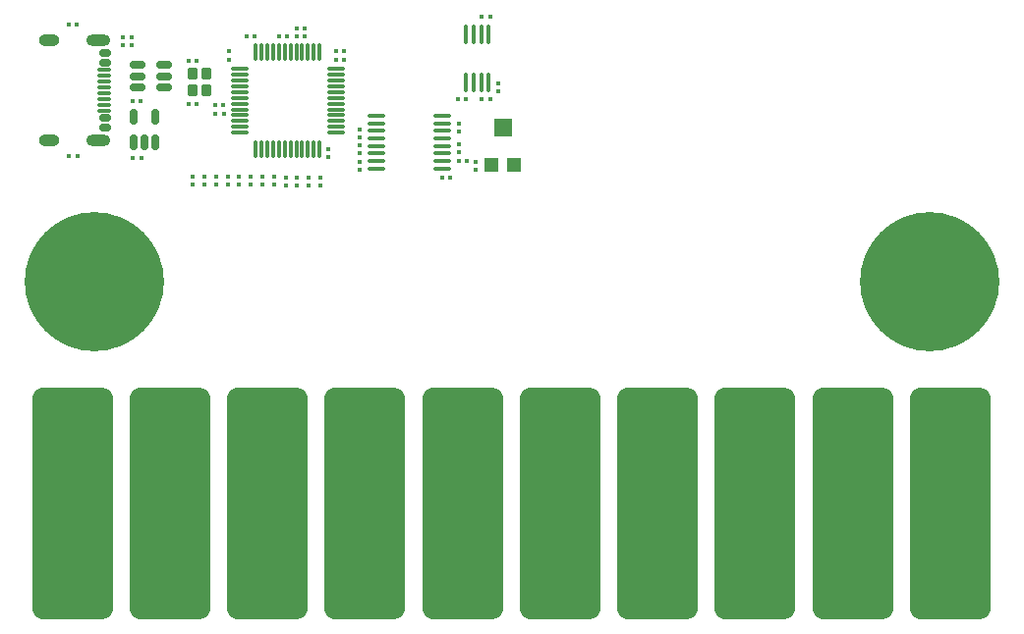
<source format=gbr>
%TF.GenerationSoftware,KiCad,Pcbnew,9.0.3*%
%TF.CreationDate,2025-09-06T00:14:13-07:00*%
%TF.ProjectId,business_card,62757369-6e65-4737-935f-636172642e6b,1.0*%
%TF.SameCoordinates,Original*%
%TF.FileFunction,Paste,Top*%
%TF.FilePolarity,Positive*%
%FSLAX46Y46*%
G04 Gerber Fmt 4.6, Leading zero omitted, Abs format (unit mm)*
G04 Created by KiCad (PCBNEW 9.0.3) date 2025-09-06 00:14:13*
%MOMM*%
%LPD*%
G01*
G04 APERTURE LIST*
G04 Aperture macros list*
%AMRoundRect*
0 Rectangle with rounded corners*
0 $1 Rounding radius*
0 $2 $3 $4 $5 $6 $7 $8 $9 X,Y pos of 4 corners*
0 Add a 4 corners polygon primitive as box body*
4,1,4,$2,$3,$4,$5,$6,$7,$8,$9,$2,$3,0*
0 Add four circle primitives for the rounded corners*
1,1,$1+$1,$2,$3*
1,1,$1+$1,$4,$5*
1,1,$1+$1,$6,$7*
1,1,$1+$1,$8,$9*
0 Add four rect primitives between the rounded corners*
20,1,$1+$1,$2,$3,$4,$5,0*
20,1,$1+$1,$4,$5,$6,$7,0*
20,1,$1+$1,$6,$7,$8,$9,0*
20,1,$1+$1,$8,$9,$2,$3,0*%
G04 Aperture macros list end*
%ADD10RoundRect,0.075000X-0.075000X-0.662500X0.075000X-0.662500X0.075000X0.662500X-0.075000X0.662500X0*%
%ADD11RoundRect,0.075000X-0.662500X-0.075000X0.662500X-0.075000X0.662500X0.075000X-0.662500X0.075000X0*%
%ADD12R,1.200000X1.200000*%
%ADD13R,1.600000X1.500000*%
%ADD14O,1.800000X1.000000*%
%ADD15O,2.100000X1.000000*%
%ADD16RoundRect,0.150000X-0.350000X0.150000X-0.350000X-0.150000X0.350000X-0.150000X0.350000X0.150000X0*%
%ADD17RoundRect,0.075000X-0.500000X0.075000X-0.500000X-0.075000X0.500000X-0.075000X0.500000X0.075000X0*%
%ADD18RoundRect,0.079500X-0.100500X0.079500X-0.100500X-0.079500X0.100500X-0.079500X0.100500X0.079500X0*%
%ADD19RoundRect,1.050000X2.450000X-8.950000X2.450000X8.950000X-2.450000X8.950000X-2.450000X-8.950000X0*%
%ADD20RoundRect,0.079500X0.100500X-0.079500X0.100500X0.079500X-0.100500X0.079500X-0.100500X-0.079500X0*%
%ADD21RoundRect,0.150000X-0.512500X-0.150000X0.512500X-0.150000X0.512500X0.150000X-0.512500X0.150000X0*%
%ADD22RoundRect,0.079500X-0.079500X-0.100500X0.079500X-0.100500X0.079500X0.100500X-0.079500X0.100500X0*%
%ADD23RoundRect,0.150000X0.150000X-0.512500X0.150000X0.512500X-0.150000X0.512500X-0.150000X-0.512500X0*%
%ADD24RoundRect,0.079500X0.079500X0.100500X-0.079500X0.100500X-0.079500X-0.100500X0.079500X-0.100500X0*%
%ADD25RoundRect,0.100000X0.637500X0.100000X-0.637500X0.100000X-0.637500X-0.100000X0.637500X-0.100000X0*%
%ADD26RoundRect,0.100000X0.100000X-0.712500X0.100000X0.712500X-0.100000X0.712500X-0.100000X-0.712500X0*%
%ADD27C,12.000000*%
%ADD28RoundRect,0.102000X-0.323000X0.373000X-0.323000X-0.373000X0.323000X-0.373000X0.323000X0.373000X0*%
G04 APERTURE END LIST*
D10*
%TO.C,U3*%
X196180000Y-71762500D03*
X196680000Y-71762500D03*
X197180000Y-71762500D03*
X197680000Y-71762500D03*
X198180000Y-71762500D03*
X198680000Y-71762500D03*
X199180000Y-71762500D03*
X199680000Y-71762500D03*
X200180000Y-71762500D03*
X200680000Y-71762500D03*
X201180000Y-71762500D03*
X201680000Y-71762500D03*
D11*
X203092500Y-73175000D03*
X203092500Y-73675000D03*
X203092500Y-74175000D03*
X203092500Y-74675000D03*
X203092500Y-75175000D03*
X203092500Y-75675000D03*
X203092500Y-76175000D03*
X203092500Y-76675000D03*
X203092500Y-77175000D03*
X203092500Y-77675000D03*
X203092500Y-78175000D03*
X203092500Y-78675000D03*
D10*
X201680000Y-80087500D03*
X201180000Y-80087500D03*
X200680000Y-80087500D03*
X200180000Y-80087500D03*
X199680000Y-80087500D03*
X199180000Y-80087500D03*
X198680000Y-80087500D03*
X198180000Y-80087500D03*
X197680000Y-80087500D03*
X197180000Y-80087500D03*
X196680000Y-80087500D03*
X196180000Y-80087500D03*
D11*
X194767500Y-78675000D03*
X194767500Y-78175000D03*
X194767500Y-77675000D03*
X194767500Y-77175000D03*
X194767500Y-76675000D03*
X194767500Y-76175000D03*
X194767500Y-75675000D03*
X194767500Y-75175000D03*
X194767500Y-74675000D03*
X194767500Y-74175000D03*
X194767500Y-73675000D03*
X194767500Y-73175000D03*
%TD*%
D12*
%TO.C,RV1*%
X218465000Y-81487500D03*
D13*
X217465000Y-78237500D03*
D12*
X216465000Y-81487500D03*
%TD*%
D14*
%TO.C,J1*%
X178400000Y-79332500D03*
D15*
X182580000Y-79332500D03*
D14*
X178400000Y-70692500D03*
D15*
X182580000Y-70692500D03*
D16*
X183240000Y-71812500D03*
X183240000Y-72612500D03*
D17*
X183155000Y-73262500D03*
X183155000Y-74262500D03*
X183155000Y-75762500D03*
X183155000Y-76762500D03*
D16*
X183240000Y-77412500D03*
X183240000Y-78212500D03*
X183240000Y-78212500D03*
X183240000Y-77412500D03*
D17*
X183155000Y-76262500D03*
X183155000Y-75262500D03*
X183155000Y-74762500D03*
X183155000Y-73762500D03*
D16*
X183240000Y-72612500D03*
X183240000Y-71812500D03*
%TD*%
D18*
%TO.C,R6*%
X192750000Y-82500000D03*
X192750000Y-83190000D03*
%TD*%
D19*
%TO.C,J10*%
X239200000Y-110625000D03*
%TD*%
D18*
%TO.C,R12*%
X197750000Y-82500000D03*
X197750000Y-83190000D03*
%TD*%
D19*
%TO.C,J4*%
X188800000Y-110625000D03*
%TD*%
%TO.C,J5*%
X197200000Y-110625000D03*
%TD*%
D20*
%TO.C,C20*%
X217115000Y-75107500D03*
X217115000Y-74417500D03*
%TD*%
D21*
%TO.C,U2*%
X186015000Y-72862500D03*
X186015000Y-73812500D03*
X186015000Y-74762500D03*
X188290000Y-74762500D03*
X188290000Y-73812500D03*
X188290000Y-72862500D03*
%TD*%
D22*
%TO.C,C16*%
X213705000Y-81112500D03*
X214395000Y-81112500D03*
%TD*%
D23*
%TO.C,U4*%
X185657500Y-79550000D03*
X186607500Y-79550000D03*
X187557500Y-79550000D03*
X187557500Y-77275000D03*
X185657500Y-77275000D03*
%TD*%
D18*
%TO.C,C18*%
X213665000Y-79667500D03*
X213665000Y-80357500D03*
%TD*%
%TO.C,R11*%
X196750000Y-82500000D03*
X196750000Y-83190000D03*
%TD*%
%TO.C,R13*%
X198750000Y-82525000D03*
X198750000Y-83215000D03*
%TD*%
D20*
%TO.C,R20*%
X200400000Y-70370000D03*
X200400000Y-69680000D03*
%TD*%
D18*
%TO.C,R7*%
X193750000Y-82500000D03*
X193750000Y-83190000D03*
%TD*%
D22*
%TO.C,C8*%
X185620000Y-80862500D03*
X186310000Y-80862500D03*
%TD*%
D24*
%TO.C,C1*%
X193405000Y-76312500D03*
X192715000Y-76312500D03*
%TD*%
%TO.C,C11*%
X191095000Y-76237500D03*
X190405000Y-76237500D03*
%TD*%
D22*
%TO.C,C6*%
X192725000Y-77062500D03*
X193415000Y-77062500D03*
%TD*%
%TO.C,C9*%
X185550000Y-75962500D03*
X186240000Y-75962500D03*
%TD*%
D18*
%TO.C,R17*%
X201750000Y-82530000D03*
X201750000Y-83220000D03*
%TD*%
D20*
%TO.C,R19*%
X205165000Y-79057500D03*
X205165000Y-78367500D03*
%TD*%
D19*
%TO.C,J6*%
X205600000Y-110625000D03*
%TD*%
D24*
%TO.C,C7*%
X203792500Y-71625000D03*
X203102500Y-71625000D03*
%TD*%
D19*
%TO.C,J8*%
X222400000Y-110625000D03*
%TD*%
D18*
%TO.C,C15*%
X205165000Y-81187500D03*
X205165000Y-81877500D03*
%TD*%
D20*
%TO.C,C3*%
X202467500Y-80775000D03*
X202467500Y-80085000D03*
%TD*%
D25*
%TO.C,U6*%
X212290000Y-81762500D03*
X212290000Y-81112500D03*
X212290000Y-80462500D03*
X212290000Y-79812500D03*
X212290000Y-79162500D03*
X212290000Y-78512500D03*
X212290000Y-77862500D03*
X212290000Y-77212500D03*
X206565000Y-77212500D03*
X206565000Y-77862500D03*
X206565000Y-78512500D03*
X206565000Y-79162500D03*
X206565000Y-79812500D03*
X206565000Y-80462500D03*
X206565000Y-81112500D03*
X206565000Y-81762500D03*
%TD*%
D26*
%TO.C,U5*%
X214315000Y-74387500D03*
X214965000Y-74387500D03*
X215615000Y-74387500D03*
X216265000Y-74387500D03*
X216265000Y-70162500D03*
X215615000Y-70162500D03*
X214965000Y-70162500D03*
X214315000Y-70162500D03*
%TD*%
D18*
%TO.C,C5*%
X193865000Y-71667500D03*
X193865000Y-72357500D03*
%TD*%
D20*
%TO.C,C14*%
X213665000Y-78557500D03*
X213665000Y-77867500D03*
%TD*%
D24*
%TO.C,C4*%
X203790000Y-72375000D03*
X203100000Y-72375000D03*
%TD*%
%TO.C,R2*%
X180795000Y-69325000D03*
X180105000Y-69325000D03*
%TD*%
D18*
%TO.C,R10*%
X195750000Y-82500000D03*
X195750000Y-83190000D03*
%TD*%
D19*
%TO.C,J12*%
X256000000Y-110625000D03*
%TD*%
D18*
%TO.C,R9*%
X194750000Y-82500000D03*
X194750000Y-83190000D03*
%TD*%
D27*
%TO.C,J2*%
X182250000Y-91525000D03*
%TD*%
D20*
%TO.C,C19*%
X205165000Y-80457500D03*
X205165000Y-79767500D03*
%TD*%
%TO.C,C12*%
X215165000Y-81857500D03*
X215165000Y-81167500D03*
%TD*%
D24*
%TO.C,R1*%
X180805000Y-80712500D03*
X180115000Y-80712500D03*
%TD*%
D20*
%TO.C,D1*%
X184715000Y-71165000D03*
X184715000Y-70475000D03*
%TD*%
D22*
%TO.C,R16*%
X212235000Y-82600000D03*
X212925000Y-82600000D03*
%TD*%
D18*
%TO.C,R14*%
X199750000Y-82525000D03*
X199750000Y-83215000D03*
%TD*%
%TO.C,R5*%
X191750000Y-82500000D03*
X191750000Y-83190000D03*
%TD*%
D19*
%TO.C,J9*%
X230800000Y-110625000D03*
%TD*%
%TO.C,J7*%
X214000000Y-110625000D03*
%TD*%
D24*
%TO.C,C17*%
X216360000Y-75812500D03*
X215670000Y-75812500D03*
%TD*%
D18*
%TO.C,D2*%
X199700000Y-69680000D03*
X199700000Y-70370000D03*
%TD*%
D19*
%TO.C,J11*%
X247600000Y-110625000D03*
%TD*%
%TO.C,J3*%
X180400000Y-110625000D03*
%TD*%
D24*
%TO.C,R3*%
X198910000Y-70362500D03*
X198220000Y-70362500D03*
%TD*%
D18*
%TO.C,R4*%
X190750000Y-82500000D03*
X190750000Y-83190000D03*
%TD*%
D22*
%TO.C,C2*%
X195420000Y-70362500D03*
X196110000Y-70362500D03*
%TD*%
D24*
%TO.C,C10*%
X191105000Y-72462500D03*
X190415000Y-72462500D03*
%TD*%
D27*
%TO.C,J13*%
X254250000Y-91525000D03*
%TD*%
D18*
%TO.C,R15*%
X200750000Y-82525000D03*
X200750000Y-83215000D03*
%TD*%
D28*
%TO.C,Y1*%
X190780000Y-73612500D03*
X190780000Y-75062500D03*
X191930000Y-75062500D03*
X191930000Y-73612500D03*
%TD*%
D22*
%TO.C,C13*%
X215670000Y-68712500D03*
X216360000Y-68712500D03*
%TD*%
D18*
%TO.C,R8*%
X185500000Y-70480000D03*
X185500000Y-71170000D03*
%TD*%
D22*
%TO.C,R18*%
X213570000Y-75812500D03*
X214260000Y-75812500D03*
%TD*%
M02*

</source>
